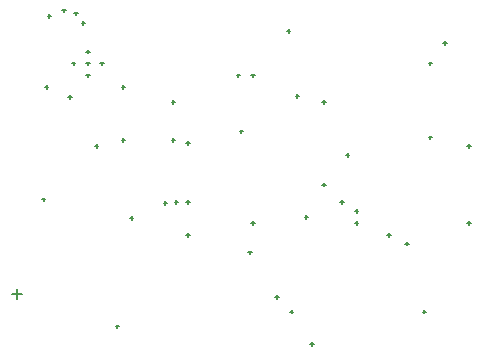
<source format=gbr>
%TF.GenerationSoftware,Altium Limited,Altium Designer,18.1.9 (240)*%
G04 Layer_Color=128*
%FSLAX26Y26*%
%MOIN*%
%TF.FileFunction,Drillmap*%
%TF.Part,Single*%
G01*
G75*
%TA.AperFunction,NonConductor*%
%ADD88C,0.005000*%
D88*
X151575Y275591D02*
X183071D01*
X167323Y259843D02*
Y291339D01*
X543535Y527854D02*
X555346D01*
X549440Y521948D02*
Y533759D01*
X250000Y590551D02*
X261811D01*
X255905Y584646D02*
Y596457D01*
X656403Y579169D02*
X668214D01*
X662308Y573264D02*
Y585075D01*
X692912Y580707D02*
X704723D01*
X698817Y574802D02*
Y586613D01*
X382953Y1177933D02*
X394764D01*
X388858Y1172028D02*
Y1183839D01*
X358268Y1210630D02*
X370079D01*
X364173Y1204724D02*
Y1216535D01*
X338583Y932294D02*
X350394D01*
X344488Y926389D02*
Y938199D01*
X515748Y964567D02*
X527559D01*
X521654Y958661D02*
Y970472D01*
X259842Y964567D02*
X271654D01*
X265748Y958661D02*
Y970472D01*
X318898Y1220472D02*
X330709D01*
X324803Y1214567D02*
Y1226378D01*
X427165Y767716D02*
X438976D01*
X433071Y761811D02*
Y773622D01*
X1263780Y738189D02*
X1275591D01*
X1269685Y732284D02*
Y744095D01*
X1539370Y797244D02*
X1551181D01*
X1545276Y791339D02*
Y803150D01*
X732284Y777559D02*
X744095D01*
X738189Y771654D02*
Y783465D01*
X909449Y816929D02*
X921260D01*
X915354Y811024D02*
Y822835D01*
X1096457Y935039D02*
X1108268D01*
X1102362Y929134D02*
Y940945D01*
X1125984Y531496D02*
X1137795D01*
X1131890Y525591D02*
Y537402D01*
X1401575Y472441D02*
X1413386D01*
X1407480Y466535D02*
Y478346D01*
X1293307Y551181D02*
X1305118D01*
X1299213Y545276D02*
Y557087D01*
X1293307Y511811D02*
X1305118D01*
X1299213Y505906D02*
Y517716D01*
X1588583Y1112205D02*
X1600394D01*
X1594488Y1106299D02*
Y1118110D01*
X269685Y1200787D02*
X281496D01*
X275591Y1194882D02*
Y1206693D01*
X1244094Y580709D02*
X1255906D01*
X1250000Y574803D02*
Y586614D01*
X1460630Y442913D02*
X1472441D01*
X1466535Y437008D02*
Y448819D01*
X1519685Y216535D02*
X1531496D01*
X1525591Y210630D02*
Y222441D01*
X1185039Y639764D02*
X1196850D01*
X1190945Y633858D02*
Y645669D01*
X1185039Y915354D02*
X1196850D01*
X1190945Y909449D02*
Y921260D01*
X1066929Y1151575D02*
X1078740D01*
X1072835Y1145669D02*
Y1157480D01*
X732284Y580709D02*
X744095D01*
X738189Y574803D02*
Y586614D01*
X732284Y472441D02*
X744095D01*
X738189Y466535D02*
Y478346D01*
X1076772Y216535D02*
X1088583D01*
X1082677Y210630D02*
Y222441D01*
X1145669Y108268D02*
X1157480D01*
X1151575Y102362D02*
Y114173D01*
X496063Y167323D02*
X507874D01*
X501969Y161417D02*
Y173228D01*
X938976Y413386D02*
X950787D01*
X944882Y407480D02*
Y419291D01*
X683071Y915354D02*
X694882D01*
X688976Y909449D02*
Y921260D01*
X683071Y787402D02*
X694882D01*
X688976Y781496D02*
Y793307D01*
X515748Y787402D02*
X527559D01*
X521654Y781496D02*
Y793307D01*
X1667323Y767716D02*
X1679134D01*
X1673228Y761811D02*
Y773622D01*
X1667323Y511811D02*
X1679134D01*
X1673228Y505906D02*
Y517716D01*
X1027559Y265748D02*
X1039370D01*
X1033465Y259842D02*
Y271654D01*
X1539370Y1043307D02*
X1551181D01*
X1545276Y1037402D02*
Y1049213D01*
X948819Y511811D02*
X960630D01*
X954724Y505906D02*
Y517716D01*
X899606Y1003937D02*
X911417D01*
X905512Y998032D02*
Y1009842D01*
X948819Y1003937D02*
X960630D01*
X954724Y998032D02*
Y1009842D01*
X397638Y1043307D02*
X409449D01*
X403543Y1037402D02*
Y1049213D01*
X397638Y1003937D02*
X409449D01*
X403543Y998032D02*
Y1009842D01*
X397638Y1082677D02*
X409449D01*
X403543Y1076772D02*
Y1088583D01*
X444882Y1043307D02*
X456693D01*
X450787Y1037402D02*
Y1049213D01*
X350394Y1043307D02*
X362205D01*
X356299Y1037402D02*
Y1049213D01*
%TF.MD5,5f6dd8dc5da84607a973f01517a14a98*%
M02*

</source>
